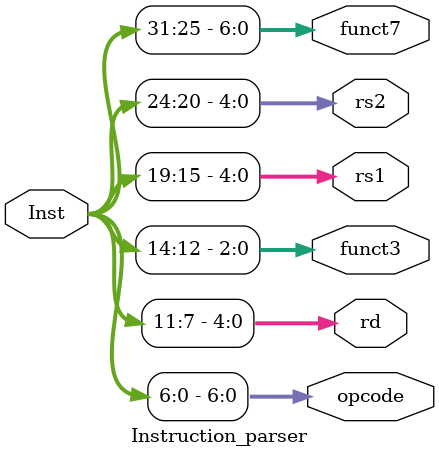
<source format=sv>
module Instruction_parser(
  input reg [31:0]Inst,
  output reg [6:0]opcode,
  output reg [4:0]rd,
  output reg [2:0]funct3,
  output reg [4:0]rs1,
  output reg [4:0]rs2,
  output reg [6:0]funct7);
  
  
  assign opcode = Inst[6:0];
  assign rd = Inst[11:7];
  assign funct3 = Inst[14:12];
  assign rs1 = Inst[19:15];
  assign rs2 = Inst[24:20];
  assign funct7 = Inst[31:25];
endmodule
</source>
